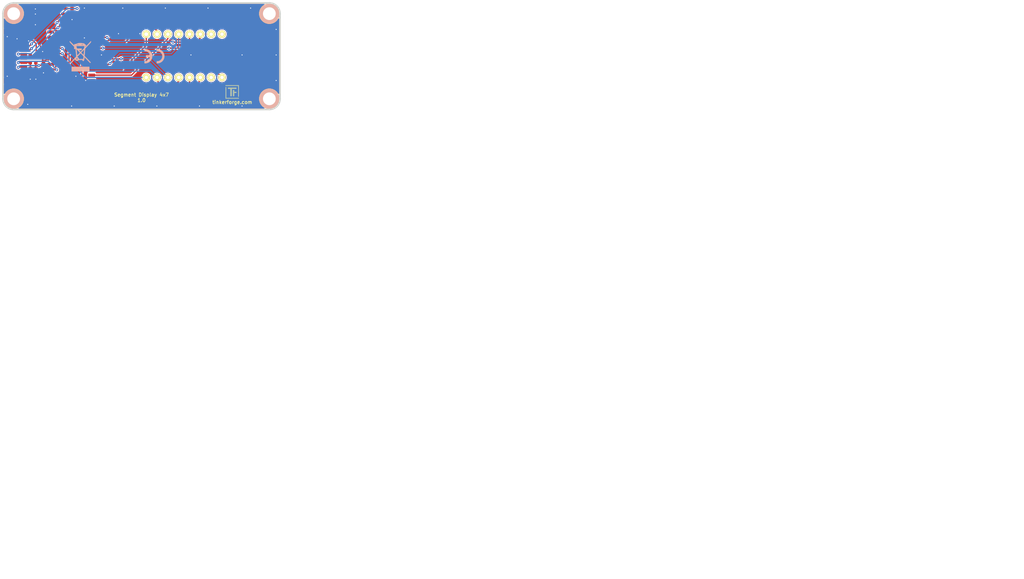
<source format=kicad_pcb>
(kicad_pcb (version 20221018) (generator pcbnew)
  (title_block (title "Segment Display 4x7 Bricklet") (rev "1.0") (company "Tinkerforge GmbH") (comment 1 "Licensed under CERN OHL v.1.1") (comment 2 "Copyright (©) 2013, B.Nordmeyer <bastian@tinkerforge.com>"))
  (layers (0 "F.Cu" signal "Vorderseite") (31 "B.Cu" signal "Rückseite") (34 "B.Paste" user) (35 "F.Paste" user) (36 "B.SilkS" user "B.Silkscreen") (37 "F.SilkS" user "F.Silkscreen") (38 "B.Mask" user) (39 "F.Mask" user) (44 "Edge.Cuts" user))
  (net 0 "")
  (net 1 "+5V")
  (net 2 "COM1")
  (net 3 "COM2")
  (net 4 "COM3")
  (net 5 "COM4")
  (net 6 "GND")
  (net 7 "VCC")
  (net 8 "Net-(C1-Pad2)")
  (net 9 "Net-(C3-Pad2)")
  (net 10 "Net-(P1-Pad4)")
  (net 11 "Net-(P1-Pad5)")
  (net 12 "Net-(P1-Pad6)")
  (net 13 "Net-(P1-Pad9)")
  (net 14 "Net-(P1-Pad10)")
  (net 15 "Net-(U1-Pad7)")
  (net 16 "Net-(U2-Pad2)")
  (net 17 "Net-(U2-Pad3)")
  (net 18 "Net-(U2-Pad4)")
  (net 19 "Net-(U2-Pad5)")
  (net 20 "Net-(U2-Pad6)")
  (net 21 "Net-(U2-Pad7)")
  (net 22 "Net-(U2-Pad8)")
  (net 23 "Net-(U2-Pad9)")
  (net 24 "Net-(U2-Pad10)")
  (net 25 "Net-(U2-Pad11)")
  (net 26 "Net-(U2-Pad19)")
  (net 27 "Net-(U2-Pad20)")
  (net 28 "Net-(U3-Pad7)")
  (net 29 "Net-(U3-Pad9)")
  (net 30 "Net-(U3-Pad10)")
  (footprint "kicad-libraries:SOIC8" (layer "F.Cu") (at 54.6 33 -90)
    (fp_text reference "U1")
    (fp_text value "M24C64")
    (pad "1" smd rect (at -1.90246 2.69748 90) (size 0.59944 1.5494) (layers "F.Cu" "F.Paste" "F.Mask") (net 6 "GND"))
    (pad "2" smd rect (at -0.63246 2.69748 90) (size 0.59944 1.5494) (layers "F.Cu" "F.Paste" "F.Mask") (net 6 "GND"))
    (pad "3" smd rect (at 0.63246 2.69748 90) (size 0.59944 1.5494) (layers "F.Cu" "F.Paste" "F.Mask") (net 12 "Net-(P1-Pad6)"))
    (pad "4" smd rect (at 1.90246 2.69748 90) (size 0.59944 1.5494) (layers "F.Cu" "F.Paste" "F.Mask") (net 6 "GND"))
    (pad "5" smd rect (at 1.90246 -2.69748 270) (size 0.59944 1.5494) (layers "F.Cu" "F.Paste" "F.Mask") (net 11 "Net-(P1-Pad5)"))
    (pad "6" smd rect (at 0.63246 -2.69748 270) (size 0.59944 1.5494) (layers "F.Cu" "F.Paste" "F.Mask") (net 10 "Net-(P1-Pad4)"))
    (pad "7" smd rect (at -0.63246 -2.69748 270) (size 0.59944 1.5494) (layers "F.Cu" "F.Paste" "F.Mask") (net 15 "Net-(U1-Pad7)"))
    (pad "8" smd rect (at -1.90246 -2.69748 270) (size 0.59944 1.5494) (layers "F.Cu" "F.Paste" "F.Mask") (net 7 "VCC"))
  )
  (footprint "kicad-libraries:SEGMENT_4X7" (layer "F.Cu") (at 85.4 42.2)
    (fp_text reference "U3")
    (fp_text value "SEGMENT_4X7")
    (pad "1" thru_hole circle (at -8.89 5.08) (size 1.8 1.8) (drill 0.8) (layers "*.Cu" "*.Mask" "F.SilkS") (net 2 "COM1"))
    (pad "2" thru_hole circle (at -6.35 5.08) (size 1.8 1.8) (drill 0.8) (layers "*.Cu" "*.Mask" "F.SilkS") (net 3 "COM2"))
    (pad "3" thru_hole circle (at -3.81 5.08) (size 1.8 1.8) (drill 0.8) (layers "*.Cu" "*.Mask" "F.SilkS") (net 19 "Net-(U2-Pad5)"))
    (pad "4" thru_hole circle (at -1.27 5.08) (size 1.8 1.8) (drill 0.8) (layers "*.Cu" "*.Mask" "F.SilkS") (net 3 "COM2"))
    (pad "5" thru_hole circle (at 1.27 5.08) (size 1.8 1.8) (drill 0.8) (layers "*.Cu" "*.Mask" "F.SilkS") (net 20 "Net-(U2-Pad6)"))
    (pad "6" thru_hole circle (at 3.81 5.08) (size 1.8 1.8) (drill 0.8) (layers "*.Cu" "*.Mask" "F.SilkS") (net 4 "COM3"))
    (pad "7" thru_hole circle (at 6.35 5.08) (size 1.8 1.8) (drill 0.8) (layers "*.Cu" "*.Mask" "F.SilkS") (net 28 "Net-(U3-Pad7)"))
    (pad "8" thru_hole circle (at 8.89 5.08) (size 1.8 1.8) (drill 0.8) (layers "*.Cu" "*.Mask" "F.SilkS") (net 5 "COM4"))
    (pad "9" thru_hole circle (at 8.89 -5.08) (size 1.8 1.8) (drill 0.8) (layers "*.Cu" "*.Mask" "F.SilkS") (net 29 "Net-(U3-Pad9)"))
    (pad "10" thru_hole circle (at 6.35 -5.08) (size 1.8 1.8) (drill 0.8) (layers "*.Cu" "*.Mask" "F.SilkS") (net 30 "Net-(U3-Pad10)"))
    (pad "11" thru_hole circle (at 3.81 -5.08) (size 1.8 1.8) (drill 0.8) (layers "*.Cu" "*.Mask" "F.SilkS") (net 21 "Net-(U2-Pad7)"))
    (pad "12" thru_hole circle (at 1.27 -5.08) (size 1.8 1.8) (drill 0.8) (layers "*.Cu" "*.Mask" "F.SilkS") (net 23 "Net-(U2-Pad9)"))
    (pad "13" thru_hole circle (at -1.27 -5.08) (size 1.8 1.8) (drill 0.8) (layers "*.Cu" "*.Mask" "F.SilkS") (net 18 "Net-(U2-Pad4)"))
    (pad "14" thru_hole circle (at -3.81 -5.08) (size 1.8 1.8) (drill 0.8) (layers "*.Cu" "*.Mask" "F.SilkS") (net 16 "Net-(U2-Pad2)"))
    (pad "15" thru_hole circle (at -6.35 -5.08) (size 1.8 1.8) (drill 0.9) (layers "*.Cu" "*.Mask" "F.SilkS") (net 22 "Net-(U2-Pad8)"))
    (pad "16" thru_hole circle (at -8.89 -5.08) (size 1.8 1.8) (drill 0.9) (layers "*.Cu" "*.Mask" "F.SilkS") (net 17 "Net-(U2-Pad3)"))
  )
  (footprint "kicad-libraries:DRILL_NP" (layer "F.Cu") (at 45.4 52.3)
    (fp_text reference "U4" hide)
    (fp_text value "DRILL" hide)
    (pad "" np_thru_hole circle (at 0 0) (size 2.99974 2.99974) (drill 2.99974) (layers "*.Cu" "*.Mask" "F.SilkS") (clearance 0.89916))
  )
  (footprint "kicad-libraries:DRILL_NP" (layer "F.Cu") (at 45.4 32.3)
    (fp_text reference "U6" hide)
    (fp_text value "DRILL" hide)
    (pad "" np_thru_hole circle (at 0 0) (size 2.99974 2.99974) (drill 2.99974) (layers "*.Cu" "*.Mask" "F.SilkS") (clearance 0.89916))
  )
  (footprint "kicad-libraries:DRILL_NP" (layer "F.Cu") (at 105.4 52.3)
    (fp_text reference "U5" hide)
    (fp_text value "DRILL" hide)
    (pad "" np_thru_hole circle (at 0 0) (size 2.99974 2.99974) (drill 2.99974) (layers "*.Cu" "*.Mask" "F.SilkS") (clearance 0.89916))
  )
  (footprint "kicad-libraries:CON-SENSOR" (layer "F.Cu") (at 43 42.3 -90)
    (fp_text reference "P1")
    (fp_text value "CON-SENSOR")
    (pad "1" smd rect (at -4.50088 -4.7752 270) (size 0.59944 1.5494) (layers "F.Cu" "F.Paste" "F.Mask") (net 1 "+5V"))
    (pad "2" smd rect (at -3.50012 -4.7752 270) (size 0.59944 1.5494) (layers "F.Cu" "F.Paste" "F.Mask") (net 6 "GND"))
    (pad "3" smd rect (at -2.49936 -4.7752 270) (size 0.59944 1.5494) (layers "F.Cu" "F.Paste" "F.Mask") (net 7 "VCC"))
    (pad "4" smd rect (at -1.50114 -4.7752 270) (size 0.59944 1.5494) (layers "F.Cu" "F.Paste" "F.Mask") (net 10 "Net-(P1-Pad4)"))
    (pad "5" smd rect (at -0.50038 -4.7752 270) (size 0.59944 1.5494) (layers "F.Cu" "F.Paste" "F.Mask") (net 11 "Net-(P1-Pad5)"))
    (pad "6" smd rect (at 0.50038 -4.7752 270) (size 0.59944 1.5494) (layers "F.Cu" "F.Paste" "F.Mask") (net 12 "Net-(P1-Pad6)"))
    (pad "7" smd rect (at 1.50114 -4.7752 270) (size 0.59944 1.5494) (layers "F.Cu" "F.Paste" "F.Mask") (net 8 "Net-(C1-Pad2)"))
    (pad "8" smd rect (at 2.49936 -4.7752 270) (size 0.59944 1.5494) (layers "F.Cu" "F.Paste" "F.Mask") (net 9 "Net-(C3-Pad2)"))
    (pad "9" smd rect (at 3.50012 -4.7752 270) (size 0.59944 1.5494) (layers "F.Cu" "F.Paste" "F.Mask") (net 13 "Net-(P1-Pad9)"))
    (pad "10" smd rect (at 4.50088 -4.7752 270) (size 0.59944 1.5494) (layers "F.Cu" "F.Paste" "F.Mask") (net 14 "Net-(P1-Pad10)"))
    (pad "EP" smd rect (at -5.79882 -0.89916 270) (size 1.19888 1.80086) (layers "F.Cu" "F.Paste" "F.Mask") (net 6 "GND"))
    (pad "EP" smd rect (at 5.79882 -0.89916 270) (size 1.19888 1.80086) (layers "F.Cu" "F.Paste" "F.Mask") (net 6 "GND"))
  )
  (footprint "kicad-libraries:SOP20" (layer "F.Cu") (at 58.9 42.3 90)
    (fp_text reference "U2")
    (fp_text value "TM1637")
    (pad "1" smd rect (at -5.71246 4.79806 270) (size 0.6985 1.59766) (layers "F.Cu" "F.Paste" "F.Mask") (net 6 "GND"))
    (pad "2" smd rect (at -4.44246 4.79806 270) (size 0.6985 1.59766) (layers "F.Cu" "F.Paste" "F.Mask") (net 16 "Net-(U2-Pad2)"))
    (pad "3" smd rect (at -3.17246 4.79806 270) (size 0.6985 1.59766) (layers "F.Cu" "F.Paste" "F.Mask") (net 17 "Net-(U2-Pad3)"))
    (pad "4" smd rect (at -1.90246 4.79806 270) (size 0.6985 1.59766) (layers "F.Cu" "F.Paste" "F.Mask") (net 18 "Net-(U2-Pad4)"))
    (pad "5" smd rect (at -0.63246 4.79806 270) (size 0.6985 1.59766) (layers "F.Cu" "F.Paste" "F.Mask") (net 19 "Net-(U2-Pad5)"))
    (pad "6" smd rect (at 0.63246 4.79806 270) (size 0.6985 1.59766) (layers "F.Cu" "F.Paste" "F.Mask") (net 20 "Net-(U2-Pad6)"))
    (pad "7" smd rect (at 1.90246 4.79806 270) (size 0.6985 1.59766) (layers "F.Cu" "F.Paste" "F.Mask") (net 21 "Net-(U2-Pad7)"))
    (pad "8" smd rect (at 3.17246 4.79806 270) (size 0.6985 1.59766) (layers "F.Cu" "F.Paste" "F.Mask") (net 22 "Net-(U2-Pad8)"))
    (pad "9" smd rect (at 4.44246 4.79806 270) (size 0.6985 1.59766) (layers "F.Cu" "F.Paste" "F.Mask") (net 23 "Net-(U2-Pad9)"))
    (pad "10" smd rect (at 5.71246 4.79806 270) (size 0.6985 1.59766) (layers "F.Cu" "F.Paste" "F.Mask") (net 24 "Net-(U2-Pad10)"))
    (pad "11" smd rect (at 5.71246 -4.79806 90) (size 0.6985 1.59766) (layers "F.Cu" "F.Paste" "F.Mask") (net 25 "Net-(U2-Pad11)"))
    (pad "12" smd rect (at 4.44246 -4.79806 90) (size 0.6985 1.59766) (layers "F.Cu" "F.Paste" "F.Mask") (net 5 "COM4"))
    (pad "13" smd rect (at 3.17246 -4.79806 90) (size 0.6985 1.59766) (layers "F.Cu" "F.Paste" "F.Mask") (net 4 "COM3"))
    (pad "14" smd rect (at 1.90246 -4.79806 90) (size 0.6985 1.59766) (layers "F.Cu" "F.Paste" "F.Mask") (net 3 "COM2"))
    (pad "15" smd rect (at 0.63246 -4.79806 90) (size 0.6985 1.59766) (layers "F.Cu" "F.Paste" "F.Mask") (net 2 "COM1"))
    (pad "16" smd rect (at -0.63246 -4.79806 90) (size 0.6985 1.59766) (layers "F.Cu" "F.Paste" "F.Mask") (net 1 "+5V"))
    (pad "17" smd rect (at -1.90246 -4.79806 90) (size 0.6985 1.59766) (layers "F.Cu" "F.Paste" "F.Mask") (net 9 "Net-(C3-Pad2)"))
    (pad "18" smd rect (at -3.17246 -4.79806 90) (size 0.6985 1.59766) (layers "F.Cu" "F.Paste" "F.Mask") (net 8 "Net-(C1-Pad2)"))
    (pad "19" smd rect (at -4.44246 -4.79806 90) (size 0.6985 1.59766) (layers "F.Cu" "F.Paste" "F.Mask") (net 26 "Net-(U2-Pad19)"))
    (pad "20" smd rect (at -5.71246 -4.79806 90) (size 0.6985 1.59766) (layers "F.Cu" "F.Paste" "F.Mask") (net 27 "Net-(U2-Pad20)"))
  )
  (footprint "kicad-libraries:DRILL_NP" (layer "F.Cu") (at 105.4 32.3)
    (fp_text reference "U7" hide)
    (fp_text value "DRILL" hide)
    (pad "" np_thru_hole circle (at 0 0) (size 2.99974 2.99974) (drill 2.99974) (layers "*.Cu" "*.Mask" "F.SilkS") (clearance 0.89916))
  )
  (footprint "kicad-libraries:Logo_31x31" (layer "F.Cu") (at 95.1 49.1)
    (fp_text reference "G***" hide)
    (fp_text value "Logo_31x31" hide)
  )
  (footprint "kicad-libraries:Fiducial_Mark" (layer "F.Cu") (at 50.4 52.3)
    (fp_text reference "Fiducial_Mark" hide)
    (fp_text value "VAL**" hide)
    (pad "1" smd circle (at 0 0) (size 1.00076 1.00076) (layers "F.Cu" "F.Paste" "F.Mask") (clearance 0.65024))
  )
  (footprint "kicad-libraries:Fiducial_Mark" (layer "F.Cu") (at 99.4 32.3)
    (fp_text reference "Fiducial_Mark" hide)
    (fp_text value "VAL**" hide)
    (pad "1" smd circle (at 0 0) (size 1.00076 1.00076) (layers "F.Cu" "F.Paste" "F.Mask") (clearance 0.65024))
  )
  (footprint "kicad-libraries:Fiducial_Mark" (layer "F.Cu") (at 48.9 31.3)
    (fp_text reference "Fiducial_Mark" hide)
    (fp_text value "VAL**" hide)
    (pad "1" smd circle (at 0 0) (size 1.00076 1.00076) (layers "F.Cu" "F.Paste" "F.Mask") (clearance 0.65024))
  )
  (footprint "kicad-libraries:C0603" (layer "F.Cu") (at 49.3 46 90)
    (fp_text reference "C1")
    (fp_text value "1nF")
    (pad "1" smd rect (at -0.8001 0 90) (size 0.8001 0.8001) (layers "F.Cu" "F.Paste" "F.Mask") (net 6 "GND"))
    (pad "2" smd rect (at 0.8001 0 90) (size 0.8001 0.8001) (layers "F.Cu" "F.Paste" "F.Mask") (net 8 "Net-(C1-Pad2)"))
  )
  (footprint "kicad-libraries:C0805" (layer "F.Cu") (at 52.2 41.3 90)
    (fp_text reference "C2")
    (fp_text value "10µF")
    (pad "1" smd rect (at -1.00076 0 90) (size 1.00076 1.24968) (layers "F.Cu" "F.Paste" "F.Mask") (net 1 "+5V") (clearance 0.14986))
    (pad "2" smd rect (at 1.00076 0 90) (size 1.00076 1.24968) (layers "F.Cu" "F.Paste" "F.Mask") (net 6 "GND") (clearance 0.14986))
  )
  (footprint "kicad-libraries:C0603" (layer "F.Cu") (at 50.6 46 90)
    (fp_text reference "C3")
    (fp_text value "1nF")
    (pad "1" smd rect (at -0.8001 0 90) (size 0.8001 0.8001) (layers "F.Cu" "F.Paste" "F.Mask") (net 6 "GND"))
    (pad "2" smd rect (at 0.8001 0 90) (size 0.8001 0.8001) (layers "F.Cu" "F.Paste" "F.Mask") (net 9 "Net-(C3-Pad2)"))
  )
  (footprint "kicad-libraries:C0603" (layer "F.Cu") (at 59.1 31.9 -90)
    (fp_text reference "C4")
    (fp_text value "100nF")
    (pad "1" smd rect (at -0.8001 0 270) (size 0.8001 0.8001) (layers "F.Cu" "F.Paste" "F.Mask") (net 7 "VCC"))
    (pad "2" smd rect (at 0.8001 0 270) (size 0.8001 0.8001) (layers "F.Cu" "F.Paste" "F.Mask") (net 6 "GND"))
  )
  (footprint "kicad-libraries:R0603" (layer "F.Cu") (at 52.4 44.4 -90)
    (fp_text reference "C5")
    (fp_text value "100nF")
    (pad "1" smd rect (at -0.8001 0 270) (size 0.8001 0.8001) (layers "F.Cu" "F.Paste" "F.Mask") (net 1 "+5V"))
    (pad "2" smd rect (at 0.8001 0 270) (size 0.8001 0.8001) (layers "F.Cu" "F.Paste" "F.Mask") (net 6 "GND"))
  )
  (footprint "kicad-libraries:R0603" (layer "F.Cu") (at 49.3 43 -90)
    (fp_text reference "R1")
    (fp_text value "1k")
    (pad "1" smd rect (at -0.8001 0 270) (size 0.8001 0.8001) (layers "F.Cu" "F.Paste" "F.Mask") (net 1 "+5V"))
    (pad "2" smd rect (at 0.8001 0 270) (size 0.8001 0.8001) (layers "F.Cu" "F.Paste" "F.Mask") (net 8 "Net-(C1-Pad2)"))
  )
  (footprint "kicad-libraries:R0603" (layer "F.Cu") (at 50.6 43 -90)
    (fp_text reference "R2")
    (fp_text value "1k")
    (pad "1" smd rect (at -0.8001 0 270) (size 0.8001 0.8001) (layers "F.Cu" "F.Paste" "F.Mask") (net 1 "+5V"))
    (pad "2" smd rect (at 0.8001 0 270) (size 0.8001 0.8001) (layers "F.Cu" "F.Paste" "F.Mask") (net 9 "Net-(C3-Pad2)"))
  )
  (footprint "kicad-libraries:WEEE_7mm" (layer "B.Cu") (at 61.075 42.3 180)
    (fp_text reference "VAL" hide)
    (fp_text value "WEEE_7mm" hide)
  )
  (footprint "kicad-libraries:CE_5mm" (layer "B.Cu") (at 78.4 42.3 180)
    (fp_text reference "VAL" hide)
    (fp_text value "CE_5mm" hide)
  )
  (gr_arc (start 45.4 54.8) (mid 43.632233 54.067767) (end 42.9 52.3) (stroke (width 0.381)) (layer "Edge.Cuts"))
  (gr_line (start 42.9 32.3) (end 42.9 52.3) (stroke (width 0.381)) (layer "Edge.Cuts"))
  (gr_arc (start 107.9 52.3) (mid 107.167767 54.067767) (end 105.4 54.8) (stroke (width 0.381)) (layer "Edge.Cuts"))
  (gr_line (start 107.9 52.3) (end 107.9 32.4) (stroke (width 0.381)) (layer "Edge.Cuts"))
  (gr_line (start 105.4 54.8) (end 45.4 54.8) (stroke (width 0.381)) (layer "Edge.Cuts"))
  (gr_arc (start 105.5 29.8) (mid 107.238478 30.602944) (end 107.9 32.4) (stroke (width 0.381)) (layer "Edge.Cuts"))
  (gr_arc (start 42.9 32.3) (mid 43.632233 30.532233) (end 45.4 29.8) (stroke (width 0.381)) (layer "Edge.Cuts"))
  (gr_line (start 105.5 29.8) (end 45.4 29.8) (stroke (width 0.381)) (layer "Edge.Cuts"))
  (gr_text "tinkerforge.com" (at 96.7 53.1) (layer "F.SilkS") (effects (font (size 0.8 0.8))))
  (gr_text "Segment Display 4x7\n1.0" (at 75.4 52) (layer "F.SilkS") (effects (font (size 0.8 0.8))))
  (segment (start 49.09912 37.79912) (end 50.7 39.4) (width 0.29972) (layer "F.Cu") (net 1))
  (segment (start 50.7 39.4) (end 50.7 41.2) (width 0.29972) (layer "F.Cu") (net 1))
  (segment (start 51.80076 42.30076) (end 50.7 41.2) (width 0.29972) (layer "F.Cu") (net 1))
  (segment (start 52.2 43.3999) (end 52.4 43.5999) (width 0.29972) (layer "F.Cu") (net 1))
  (segment (start 52.6001 43.5999) (end 53.26754 42.93246) (width 0.29972) (layer "F.Cu") (net 1))
  (segment (start 53.26754 42.93246) (end 54.10194 42.93246) (width 0.29972) (layer "F.Cu") (net 1))
  (segment (start 50.7 42.0999) (end 50.6 42.1999) (width 0.29972) (layer "F.Cu") (net 1))
  (segment (start 52.2 42.30076) (end 52.2 43.3999) (width 0.29972) (layer "F.Cu") (net 1))
  (segment (start 52.4 43.5999) (end 52.6001 43.5999) (width 0.29972) (layer "F.Cu") (net 1))
  (segment (start 49.3 42.1999) (end 50.6 42.1999) (width 0.29972) (layer "F.Cu") (net 1))
  (segment (start 49.09912 37.79912) (end 47.7752 37.79912) (width 0.29972) (layer "F.Cu") (net 1))
  (segment (start 50.7 41.2) (end 50.7 42.0999) (width 0.29972) (layer "F.Cu") (net 1))
  (segment (start 52.2 42.30076) (end 51.80076 42.30076) (width 0.29972) (layer "F.Cu") (net 1))
  (segment (start 56.8 41.7) (end 56.76754 41.66754) (width 0.29972) (layer "F.Cu") (net 2))
  (segment (start 56.76754 41.66754) (end 54.10194 41.66754) (width 0.29972) (layer "F.Cu") (net 2))
  (via (at 56.8 41.7) (size 0.70104) (drill 0.24892) (layers "F.Cu" "B.Cu") (net 2))
  (segment (start 62.38 47.28) (end 56.8 41.7) (width 0.29972) (layer "B.Cu") (net 2))
  (segment (start 76.51 47.28) (end 62.38 47.28) (width 0.29972) (layer "B.Cu") (net 2))
  (segment (start 56.8 40.5) (end 56.69754 40.39754) (width 0.29972) (layer "F.Cu") (net 3))
  (segment (start 56.69754 40.39754) (end 54.10194 40.39754) (width 0.29972) (layer "F.Cu") (net 3))
  (segment (start 79.05 48.05) (end 79.7 48.7) (width 0.29972) (layer "F.Cu") (net 3))
  (segment (start 79.7 48.7) (end 83.6 48.7) (width 0.29972) (layer "F.Cu") (net 3))
  (segment (start 83.6 48.7) (end 84.13 48.17) (width 0.29972) (layer "F.Cu") (net 3))
  (segment (start 84.13 48.17) (end 84.13 47.28) (width 0.29972) (layer "F.Cu") (net 3))
  (segment (start 79.05 47.28) (end 79.05 48.05) (width 0.29972) (layer "F.Cu") (net 3))
  (via (at 56.8 40.5) (size 0.70104) (drill 0.24892) (layers "F.Cu" "B.Cu") (net 3))
  (segment (start 78.98 47.28) (end 77.5 45.8) (width 0.29972) (layer "B.Cu") (net 3))
  (segment (start 77.5 45.8) (end 62.1 45.8) (width 0.29972) (layer "B.Cu") (net 3))
  (segment (start 62.1 45.8) (end 56.8 40.5) (width 0.29972) (layer "B.Cu") (net 3))
  (segment (start 79.05 47.28) (end 78.98 47.28) (width 0.29972) (layer "B.Cu") (net 3))
  (segment (start 89.21 47.99) (end 86.2 51) (width 0.29972) (layer "F.Cu") (net 4))
  (segment (start 86.2 51) (end 62 51) (width 0.29972) (layer "F.Cu") (net 4))
  (segment (start 62 51) (end 58.4 47.4) (width 0.29972) (layer "F.Cu") (net 4))
  (segment (start 58.4 47.4) (end 58.4 40.6) (width 0.29972) (layer "F.Cu") (net 4))
  (segment (start 58.4 40.6) (end 56.92754 39.12754) (width 0.29972) (layer "F.Cu") (net 4))
  (segment (start 56.92754 39.12754) (end 54.10194 39.12754) (width 0.29972) (layer "F.Cu") (net 4))
  (segment (start 89.21 47.28) (end 89.21 47.99) (width 0.29972) (layer "F.Cu") (net 4))
  (segment (start 60.04246 37.85754) (end 63.2 34.7) (width 0.29972) (layer "F.Cu") (net 5))
  (segment (start 63.2 34.7) (end 89 34.7) (width 0.29972) (layer "F.Cu") (net 5))
  (segment (start 89 34.7) (end 90.475 36.175) (width 0.29972) (layer "F.Cu") (net 5))
  (segment (start 90.475 36.175) (end 90.475 43.465) (width 0.29972) (layer "F.Cu") (net 5))
  (segment (start 90.475 43.465) (end 94.29 47.28) (width 0.29972) (layer "F.Cu") (net 5))
  (segment (start 54.10194 37.85754) (end 60.04246 37.85754) (width 0.29972) (layer "F.Cu") (net 5))
  (segment (start 46.79988 38.79988) (end 46.2 38.2) (width 0.29972) (layer "F.Cu") (net 6))
  (segment (start 48.80012 38.79988) (end 48.9 38.7) (width 0.29972) (layer "F.Cu") (net 6))
  (segment (start 43.89916 37.69916) (end 43.9 37.7) (width 0.29972) (layer "F.Cu") (net 6))
  (segment (start 43.89916 47.00084) (end 43.9 47) (width 0.29972) (layer "F.Cu") (net 6))
  (segment (start 62.31246 48.01246) (end 62.3 48) (width 0.29972) (layer "F.Cu") (net 6))
  (segment (start 50.50246 34.90246) (end 50.5 34.9) (width 0.29972) (layer "F.Cu") (net 6))
  (segment (start 50.53246 32.36754) (end 50.5 32.4) (width 0.29972) (layer "F.Cu") (net 6))
  (segment (start 50.60246 31.09754) (end 50.5 31.2) (width 0.29972) (layer "F.Cu") (net 6))
  (segment (start 62.31246 48.01246) (end 62.3 48) (width 0.29972) (layer "F.Cu") (net 6))
  (segment (start 59 54) (end 69 54) (width 0.29972) (layer "F.Cu") (net 6))
  (segment (start 79 54) (end 89 54) (width 0.29972) (layer "F.Cu") (net 6))
  (segment (start 99 54) (end 105 48) (width 0.29972) (layer "F.Cu") (net 6))
  (segment (start 105 48) (end 107 48) (width 0.29972) (layer "F.Cu") (net 6))
  (segment (start 107 42) (end 107 36) (width 0.29972) (layer "F.Cu") (net 6))
  (segment (start 81 31) (end 71 31) (width 0.29972) (layer "F.Cu") (net 6))
  (segment (start 105 36) (end 99 42) (width 0.29972) (layer "F.Cu") (net 6))
  (segment (start 48.7 48.3) (end 49.3 47.7) (width 0.29972) (layer "F.Cu") (net 6))
  (segment (start 101 30.9) (end 100.7 30.6) (width 0.29972) (layer "F.Cu") (net 6))
  (segment (start 100.7 30.6) (end 97.4 30.6) (width 0.29972) (layer "F.Cu") (net 6))
  (segment (start 97.4 30.6) (end 97 31) (width 0.29972) (layer "F.Cu") (net 6))
  (segment (start 97 31) (end 91 31) (width 0.29972) (layer "F.Cu") (net 6))
  (segment (start 101 31) (end 101 30.9) (width 0.29972) (layer "F.Cu") (net 6))
  (segment (start 52.4 45.2001) (end 52.4 46.2) (width 0.29972) (layer "F.Cu") (net 6))
  (segment (start 107 36) (end 105 36) (width 0.29972) (layer "F.Cu") (net 6))
  (segment (start 43.89916 36.50118) (end 43.89916 37.69916) (width 0.29972) (layer "F.Cu") (net 6))
  (segment (start 50.6 46.8001) (end 50.6 47.7) (width 0.29972) (layer "F.Cu") (net 6))
  (segment (start 51.90252 32.36754) (end 50.53246 32.36754) (width 0.29972) (layer "F.Cu") (net 6))
  (segment (start 52.2 40.29924) (end 52.2 41.2) (width 0.29972) (layer "F.Cu") (net 6))
  (segment (start 49.3 46.8001) (end 49.3 47.7) (width 0.29972) (layer "F.Cu") (net 6))
  (segment (start 51.90252 31.09754) (end 50.60246 31.09754) (width 0.29972) (layer "F.Cu") (net 6))
  (segment (start 59.1 32.7001) (end 59.1 33.7) (width 0.29972) (layer "F.Cu") (net 6))
  (segment (start 46.79988 38.79988) (end 47.7752 38.79988) (width 0.29972) (layer "F.Cu") (net 6))
  (segment (start 43.89916 48.09882) (end 43.89916 47.00084) (width 0.29972) (layer "F.Cu") (net 6))
  (segment (start 48.7 53.6) (end 48.7 48.3) (width 0.29972) (layer "F.Cu") (net 6))
  (segment (start 47.7752 38.79988) (end 48.80012 38.79988) (width 0.29972) (layer "F.Cu") (net 6))
  (segment (start 63.69806 48.01246) (end 62.31246 48.01246) (width 0.29972) (layer "F.Cu") (net 6))
  (segment (start 51.90252 34.90246) (end 50.50246 34.90246) (width 0.29972) (layer "F.Cu") (net 6))
  (via (at 81 31) (size 0.70104) (drill 0.24892) (layers "F.Cu" "B.Cu") (net 6))
  (via (at 59.1 33.7) (size 0.70104) (drill 0.24892) (layers "F.Cu" "B.Cu") (net 6))
  (via (at 75 37) (size 0.70104) (drill 0.24892) (layers "F.Cu" "B.Cu") (net 6))
  (via (at 50.6 47.7) (size 0.70104) (drill 0.24892) (layers "F.Cu" "B.Cu") (net 6))
  (via (at 87 42) (size 0.70104) (drill 0.24892) (layers "F.Cu" "B.Cu") (net 6))
  (via (at 79 54) (size 0.70104) (drill 0.24892) (layers "F.Cu" "B.Cu") (net 6))
  (via (at 50.5 31.2) (size 0.70104) (drill 0.24892) (layers "F.Cu" "B.Cu") (net 6))
  (via (at 69 54) (size 0.70104) (drill 0.24892) (layers "F.Cu" "B.Cu") (net 6))
  (via (at 70 37) (size 0.70104) (drill 0.24892) (layers "F.Cu" "B.Cu") (net 6))
  (via (at 66 42) (size 0.70104) (drill 0.24892) (layers "F.Cu" "B.Cu") (net 6))
  (via (at 101 31) (size 0.70104) (drill 0.24892) (layers "F.Cu" "B.Cu") (net 6))
  (via (at 50.5 32.4) (size 0.70104) (drill 0.24892) (layers "F.Cu" "B.Cu") (net 6))
  (via (at 49.3 47.7) (size 0.70104) (drill 0.24892) (layers "F.Cu" "B.Cu") (net 6))
  (via (at 46.2 38.2) (size 0.70104) (drill 0.24892) (layers "F.Cu" "B.Cu") (net 6))
  (via (at 107 48) (size 0.70104) (drill 0.24892) (layers "F.Cu" "B.Cu") (net 6))
  (via (at 99 54) (size 0.70104) (drill 0.24892) (layers "F.Cu" "B.Cu") (net 6))
  (via (at 43.9 37.7) (size 0.70104) (drill 0.24892) (layers "F.Cu" "B.Cu") (net 6))
  (via (at 52.2 41.2) (size 0.70104) (drill 0.24892) (layers "F.Cu" "B.Cu") (net 6))
  (via (at 62 38) (size 0.70104) (drill 0.24892) (layers "F.Cu" "B.Cu") (net 6))
  (via (at 107 42) (size 0.70104) (drill 0.24892) (layers "F.Cu" "B.Cu") (net 6))
  (via (at 60 47) (size 0.70104) (drill 0.24892) (layers "F.Cu" "B.Cu") (net 6))
  (via (at 52.4 46.2) (size 0.70104) (drill 0.24892) (layers "F.Cu" "B.Cu") (net 6))
  (via (at 99 42) (size 0.70104) (drill 0.24892) (layers "F.Cu" "B.Cu") (net 6))
  (via (at 91 31) (size 0.70104) (drill 0.24892) (layers "F.Cu" "B.Cu") (net 6))
  (via (at 107 36) (size 0.70104) (drill 0.24892) (layers "F.Cu" "B.Cu") (net 6))
  (via (at 48.7 53.6) (size 0.70104) (drill 0.24892) (layers "F.Cu" "B.Cu") (net 6))
  (via (at 62 31) (size 0.70104) (drill 0.24892) (layers "F.Cu" "B.Cu") (net 6))
  (via (at 71 31) (size 0.70104) (drill 0.24892) (layers "F.Cu" "B.Cu") (net 6))
  (via (at 89 54) (size 0.70104) (drill 0.24892) (layers "F.Cu" "B.Cu") (net 6))
  (via (at 62.3 48) (size 0.70104) (drill 0.24892) (layers "F.Cu" "B.Cu") (net 6))
  (via (at 50.5 34.9) (size 0.70104) (drill 0.24892) (layers "F.Cu" "B.Cu") (net 6))
  (via (at 59 54) (size 0.70104) (drill 0.24892) (layers "F.Cu" "B.Cu") (net 6))
  (via (at 48.9 38.7) (size 0.70104) (drill 0.24892) (layers "F.Cu" "B.Cu") (net 6))
  (via (at 43.9 47) (size 0.70104) (drill 0.24892) (layers "F.Cu" "B.Cu") (net 6))
  (segment (start 43.9 37.7) (end 44.4 38.2) (width 0.29972) (layer "B.Cu") (net 6))
  (segment (start 44.4 38.2) (end 46.2 38.2) (width 0.29972) (layer "B.Cu") (net 6))
  (segment (start 43.9 47) (end 43.9 37.7) (width 0.29972) (layer "B.Cu") (net 6))
  (segment (start 49.3 47.7) (end 48.6 47) (width 0.29972) (layer "B.Cu") (net 6))
  (segment (start 48.6 47) (end 43.9 47) (width 0.29972) (layer "B.Cu") (net 6))
  (segment (start 50.6 47.7) (end 49.3 47.7) (width 0.29972) (layer "B.Cu") (net 6))
  (segment (start 62.3 48) (end 62 47.7) (width 0.29972) (layer "B.Cu") (net 6))
  (segment (start 62 47.7) (end 60 47.7) (width 0.29972) (layer "B.Cu") (net 6))
  (segment (start 52.4 46.2) (end 52.6 46.4) (width 0.29972) (layer "B.Cu") (net 6))
  (segment (start 52.6 46.4) (end 52.6 47.7) (width 0.29972) (layer "B.Cu") (net 6))
  (segment (start 52.6 47.7) (end 50.6 47.7) (width 0.29972) (layer "B.Cu") (net 6))
  (segment (start 54.5 41.2) (end 57.5 44.2) (width 0.29972) (layer "B.Cu") (net 6))
  (segment (start 57.5 44.2) (end 57.5 47.2) (width 0.29972) (layer "B.Cu") (net 6))
  (segment (start 57.5 47.2) (end 58 47.7) (width 0.29972) (layer "B.Cu") (net 6))
  (segment (start 58 47.7) (end 52.6 47.7) (width 0.29972) (layer "B.Cu") (net 6))
  (segment (start 50.5 34.9) (end 47.2 38.2) (width 0.29972) (layer "B.Cu") (net 6))
  (segment (start 47.2 38.2) (end 46.2 38.2) (width 0.29972) (layer "B.Cu") (net 6))
  (segment (start 50.5 32.4) (end 50.5 34.9) (width 0.29972) (layer "B.Cu") (net 6))
  (segment (start 50.5 31.2) (end 50.5 32.4) (width 0.29972) (layer "B.Cu") (net 6))
  (segment (start 59.1 33.7) (end 53.9 38.9) (width 0.29972) (layer "B.Cu") (net 6))
  (segment (start 53.9 38.9) (end 53.9 41.2) (width 0.29972) (layer "B.Cu") (net 6))
  (segment (start 53.9 41.2) (end 54.5 41.2) (width 0.29972) (layer "B.Cu") (net 6))
  (segment (start 48.7 53.6) (end 49.1 54) (width 0.29972) (layer "B.Cu") (net 6))
  (segment (start 49.1 54) (end 59 54) (width 0.29972) (layer "B.Cu") (net 6))
  (segment (start 69 54) (end 79 54) (width 0.29972) (layer "B.Cu") (net 6))
  (segment (start 89 54) (end 99 54) (width 0.29972) (layer "B.Cu") (net 6))
  (segment (start 107 48) (end 107 42) (width 0.29972) (layer "B.Cu") (net 6))
  (segment (start 107 36) (end 104 36) (width 0.29972) (layer "B.Cu") (net 6))
  (segment (start 104 36) (end 101 33) (width 0.29972) (layer "B.Cu") (net 6))
  (segment (start 101 33) (end 101 31) (width 0.29972) (layer "B.Cu") (net 6))
  (segment (start 91 31) (end 81 31) (width 0.29972) (layer "B.Cu") (net 6))
  (segment (start 71 31) (end 62 31) (width 0.29972) (layer "B.Cu") (net 6))
  (segment (start 99 42) (end 87 42) (width 0.29972) (layer "B.Cu") (net 6))
  (segment (start 71 36) (end 70 37) (width 0.29972) (layer "B.Cu") (net 6))
  (segment (start 59.1 35.1) (end 62 38) (width 0.29972) (layer "B.Cu") (net 6))
  (segment (start 60 47.7) (end 58 47.7) (width 0.29972) (layer "B.Cu") (net 6))
  (segment (start 62 40) (end 64 42) (width 0.29972) (layer "B.Cu") (net 6))
  (segment (start 64 42) (end 66 42) (width 0.29972) (layer "B.Cu") (net 6))
  (segment (start 52.2 41.2) (end 53.9 41.2) (width 0.29972) (layer "B.Cu") (net 6))
  (segment (start 60 47.7) (end 60 47) (width 0.29972) (layer "B.Cu") (net 6))
  (segment (start 59.1 33.7) (end 59.1 35.1) (width 0.29972) (layer "B.Cu") (net 6))
  (segment (start 71 36) (end 71 31) (width 0.29972) (layer "B.Cu") (net 6))
  (segment (start 62 38) (end 62 40) (width 0.29972) (layer "B.Cu") (net 6))
  (segment (start 75 37) (end 70 37) (width 0.29972) (layer "B.Cu") (net 6))
  (segment (start 49.19936 39.80064) (end 49.6 39.4) (width 0.29972) (layer "F.Cu") (net 7))
  (segment (start 60.3 31.1) (end 60.2999 31.0999) (width 0.29972) (layer "F.Cu") (net 7))
  (segment (start 60.2999 31.0999) (end 59.1 31.0999) (width 0.29972) (layer "F.Cu") (net 7))
  (segment (start 57.29984 31.0999) (end 57.29748 31.09754) (width 0.29972) (layer "F.Cu") (net 7))
  (segment (start 47.7752 39.80064) (end 49.19936 39.80064) (width 0.29972) (layer "F.Cu") (net 7))
  (segment (start 59.1 31.0999) (end 57.29984 31.0999) (width 0.29972) (layer "F.Cu") (net 7))
  (via (at 49.6 39.4) (size 0.70104) (drill 0.24892) (layers "F.Cu" "B.Cu") (net 7))
  (via (at 60.3 31.1) (size 0.70104) (drill 0.24892) (layers "F.Cu" "B.Cu") (net 7))
  (segment (start 49.6 39.4) (end 57.9 31.1) (width 0.29972) (layer "B.Cu") (net 7))
  (segment (start 57.9 31.1) (end 60.3 31.1) (width 0.29972) (layer "B.Cu") (net 7))
  (segment (start 49.29896 43.80114) (end 49.3 43.8001) (width 0.29972) (layer "F.Cu") (net 8))
  (segment (start 46.50114 43.80114) (end 46.5 43.8) (width 0.29972) (layer "F.Cu") (net 8))
  (segment (start 55.5 45.5) (end 55.47246 45.47246) (width 0.29972) (layer "F.Cu") (net 8))
  (segment (start 55.47246 45.47246) (end 54.10194 45.47246) (width 0.29972) (layer "F.Cu") (net 8))
  (segment (start 49.3 43.8001) (end 49.3 45.1999) (width 0.29972) (layer "F.Cu") (net 8))
  (segment (start 47.7752 43.80114) (end 46.50114 43.80114) (width 0.29972) (layer "F.Cu") (net 8))
  (segment (start 47.7752 43.80114) (end 49.29896 43.80114) (width 0.29972) (layer "F.Cu") (net 8))
  (via (at 55.5 45.5) (size 0.70104) (drill 0.24892) (layers "F.Cu" "B.Cu") (net 8))
  (via (at 46.5 43.8) (size 0.70104) (drill 0.24892) (layers "F.Cu" "B.Cu") (net 8))
  (segment (start 46.5 43.8) (end 46.8 43.5) (width 0.29972) (layer "B.Cu") (net 8))
  (segment (start 46.8 43.5) (end 53.5 43.5) (width 0.29972) (layer "B.Cu") (net 8))
  (segment (start 53.5 43.5) (end 55.5 45.5) (width 0.29972) (layer "B.Cu") (net 8))
  (segment (start 46.60064 44.79936) (end 46.5 44.9) (width 0.29972) (layer "F.Cu") (net 9))
  (segment (start 51.3 44.5) (end 50.6 44.5) (width 0.29972) (layer "F.Cu") (net 9))
  (segment (start 50.6 44.5) (end 50.5 44.5) (width 0.29972) (layer "F.Cu") (net 9))
  (segment (start 50.5 44.5) (end 50.6 44.5) (width 0.29972) (layer "F.Cu") (net 9))
  (segment (start 50.6 44.5) (end 50.6 45.1999) (width 0.29972) (layer "F.Cu") (net 9))
  (segment (start 53.19754 44.20246) (end 53 44.4) (width 0.29972) (layer "F.Cu") (net 9))
  (segment (start 53 44.4) (end 51.4 44.4) (width 0.29972) (layer "F.Cu") (net 9))
  (segment (start 51.4 44.4) (end 51.3 44.5) (width 0.29972) (layer "F.Cu") (net 9))
  (segment (start 50.6 43.8001) (end 50.6 44.5) (width 0.29972) (layer "F.Cu") (net 9))
  (segment (start 47.7752 44.79936) (end 46.60064 44.79936) (width 0.29972) (layer "F.Cu") (net 9))
  (segment (start 54.10194 44.20246) (end 53.19754 44.20246) (width 0.29972) (layer "F.Cu") (net 9))
  (via (at 46.5 44.9) (size 0.70104) (drill 0.24892) (layers "F.Cu" "B.Cu") (net 9))
  (via (at 51.3 44.5) (size 0.70104) (drill 0.24892) (layers "F.Cu" "B.Cu") (net 9))
  (segment (start 46.5 44.9) (end 46.9 44.5) (width 0.29972) (layer "B.Cu") (net 9))
  (segment (start 46.9 44.5) (end 51.3 44.5) (width 0.29972) (layer "B.Cu") (net 9))
  (segment (start 49.30114 40.79886) (end 49.6 40.5) (width 0.29972) (layer "F.Cu") (net 10))
  (segment (start 55.6 34.4) (end 56.36754 33.63246) (width 0.29972) (layer "F.Cu") (net 10))
  (segment (start 56.36754 33.63246) (end 57.29748 33.63246) (width 0.29972) (layer "F.Cu") (net 10))
  (segment (start 47.7752 40.79886) (end 49.30114 40.79886) (width 0.29972) (layer "F.Cu") (net 10))
  (via (at 55.6 34.4) (size 0.70104) (drill 0.24892) (layers "F.Cu" "B.Cu") (net 10))
  (via (at 49.6 40.5) (size 0.70104) (drill 0.24892) (layers "F.Cu" "B.Cu") (net 10))
  (segment (start 49.6 40.5) (end 55.6 34.5) (width 0.29972) (layer "B.Cu") (net 10))
  (segment (start 55.6 34.5) (end 55.6 34.4) (width 0.29972) (layer "B.Cu") (net 10))
  (segment (start 46.50038 41.79962) (end 46.5 41.8) (width 0.29972) (layer "F.Cu") (net 11))
  (segment (start 55.8 35.6) (end 56.49754 34.90246) (width 0.29972) (layer "F.Cu") (net 11))
  (segment (start 56.49754 34.90246) (end 57.29748 34.90246) (width 0.29972) (layer "F.Cu") (net 11))
  (segment (start 47.7752 41.79962) (end 46.50038 41.79962) (width 0.29972) (layer "F.Cu") (net 11))
  (via (at 55.8 35.6) (size 0.70104) (drill 0.24892) (layers "F.Cu" "B.Cu") (net 11))
  (via (at 46.5 41.8) (size 0.70104) (drill 0.24892) (layers "F.Cu" "B.Cu") (net 11))
  (segment (start 46.5 41.8) (end 46.6 41.7) (width 0.29972) (layer "B.Cu") (net 11))
  (segment (start 46.6 41.7) (end 49.5 41.7) (width 0.29972) (layer "B.Cu") (net 11))
  (segment (start 49.5 41.7) (end 55.6 35.6) (width 0.29972) (layer "B.Cu") (net 11))
  (segment (start 55.6 35.6) (end 55.8 35.6) (width 0.29972) (layer "B.Cu") (net 11))
  (segment (start 49.46754 33.63246) (end 51.90252 33.63246) (width 0.29972) (layer "F.Cu") (net 12))
  (segment (start 45.70038 42.80038) (end 45 42.1) (width 0.29972) (layer "F.Cu") (net 12))
  (segment (start 45 42.1) (end 45 38.1) (width 0.29972) (layer "F.Cu") (net 12))
  (segment (start 45 38.1) (end 46.3 36.8) (width 0.29972) (layer "F.Cu") (net 12))
  (segment (start 46.3 36.8) (end 49.46754 33.63246) (width 0.29972) (layer "F.Cu") (net 12))
  (segment (start 47.7752 42.80038) (end 45.70038 42.80038) (width 0.29972) (layer "F.Cu") (net 12))
  (segment (start 73.05754 46.74246) (end 81.59 38.21) (width 0.29972) (layer "F.Cu") (net 16))
  (segment (start 81.59 38.21) (end 81.59 37.12) (width 0.29972) (layer "F.Cu") (net 16))
  (segment (start 63.69806 46.74246) (end 73.05754 46.74246) (width 0.29972) (layer "F.Cu") (net 16))
  (segment (start 70.82754 45.47246) (end 76.51 39.79) (width 0.29972) (layer "F.Cu") (net 17))
  (segment (start 76.51 39.79) (end 76.51 37.12) (width 0.29972) (layer "F.Cu") (net 17))
  (segment (start 63.69806 45.47246) (end 70.82754 45.47246) (width 0.29972) (layer "F.Cu") (net 17))
  (segment (start 68 44) (end 67.79754 44.20246) (width 0.29972) (layer "F.Cu") (net 18))
  (segment (start 67.79754 44.20246) (end 63.69806 44.20246) (width 0.29972) (layer "F.Cu") (net 18))
  (via (at 68 44) (size 0.70104) (drill 0.24892) (layers "F.Cu" "B.Cu") (net 18))
  (segment (start 80 41.7) (end 70.3 41.7) (width 0.29972) (layer "B.Cu") (net 18))
  (segment (start 70.3 41.7) (end 68 44) (width 0.29972) (layer "B.Cu") (net 18))
  (segment (start 84.13 39.97) (end 82.4 41.7) (width 0.29972) (layer "B.Cu") (net 18))
  (segment (start 82.4 41.7) (end 80 41.7) (width 0.29972) (layer "B.Cu") (net 18))
  (segment (start 84.13 37.12) (end 84.13 39.97) (width 0.29972) (layer "B.Cu") (net 18))
  (segment (start 70.6 42.9) (end 70.56754 42.93246) (width 0.29972) (layer "F.Cu") (net 19))
  (segment (start 70.56754 42.93246) (end 63.69806 42.93246) (width 0.29972) (layer "F.Cu") (net 19))
  (via (at 70.6 42.9) (size 0.70104) (drill 0.24892) (layers "F.Cu" "B.Cu") (net 19))
  (segment (start 81.58 47.28) (end 77.2 42.9) (width 0.29972) (layer "B.Cu") (net 19))
  (segment (start 77.2 42.9) (end 70.6 42.9) (width 0.29972) (layer "B.Cu") (net 19))
  (segment (start 81.59 47.28) (end 81.58 47.28) (width 0.29972) (layer "B.Cu") (net 19))
  (segment (start 86.67 48.43) (end 85.3 49.8) (width 0.29972) (layer "F.Cu") (net 20))
  (segment (start 85.3 49.8) (end 62.7 49.8) (width 0.29972) (layer "F.Cu") (net 20))
  (segment (start 62.7 49.8) (end 61.4 48.5) (width 0.29972) (layer "F.Cu") (net 20))
  (segment (start 61.4 48.5) (end 61.4 42.7) (width 0.29972) (layer "F.Cu") (net 20))
  (segment (start 61.4 42.7) (end 62.43246 41.66754) (width 0.29972) (layer "F.Cu") (net 20))
  (segment (start 62.43246 41.66754) (end 63.69806 41.66754) (width 0.29972) (layer "F.Cu") (net 20))
  (segment (start 86.67 47.28) (end 86.67 48.43) (width 0.29972) (layer "F.Cu") (net 20))
  (segment (start 89.21 37.99) (end 86.8 40.4) (width 0.29972) (layer "F.Cu") (net 21))
  (segment (start 86.8 40.4) (end 81.9 40.4) (width 0.29972) (layer "F.Cu") (net 21))
  (segment (start 66.3 40.4) (end 66.29754 40.39754) (width 0.29972) (layer "F.Cu") (net 21))
  (segment (start 66.29754 40.39754) (end 63.69806 40.39754) (width 0.29972) (layer "F.Cu") (net 21))
  (segment (start 89.21 37.12) (end 89.21 37.99) (width 0.29972) (layer "F.Cu") (net 21))
  (via (at 66.3 40.4) (size 0.70104) (drill 0.24892) (layers "F.Cu" "B.Cu") (net 21))
  (via (at 81.9 40.4) (size 0.70104) (drill 0.24892) (layers "F.Cu" "B.Cu") (net 21))
  (segment (start 81.9 40.4) (end 66.3 40.4) (width 0.29972) (layer "B.Cu") (net 21))
  (segment (start 79.05 36.35) (end 78.2 35.5) (width 0.29972) (layer "F.Cu") (net 22))
  (segment (start 78.2 35.5) (end 75.1 35.5) (width 0.29972) (layer "F.Cu") (net 22))
  (segment (start 75.1 35.5) (end 71.47246 39.12754) (width 0.29972) (layer "F.Cu") (net 22))
  (segment (start 71.47246 39.12754) (end 63.69806 39.12754) (width 0.29972) (layer "F.Cu") (net 22))
  (segment (start 79.05 37.12) (end 79.05 36.35) (width 0.29972) (layer "F.Cu") (net 22))
  (segment (start 86.67 38.43) (end 86.1 39) (width 0.29972) (layer "F.Cu") (net 23))
  (segment (start 86.1 39) (end 82.8 39) (width 0.29972) (layer "F.Cu") (net 23))
  (segment (start 67.3 37.9) (end 67.25754 37.85754) (width 0.29972) (layer "F.Cu") (net 23))
  (segment (start 67.25754 37.85754) (end 63.69806 37.85754) (width 0.29972) (layer "F.Cu") (net 23))
  (segment (start 86.67 37.12) (end 86.67 38.43) (width 0.29972) (layer "F.Cu") (net 23))
  (via (at 67.3 37.9) (size 0.70104) (drill 0.24892) (layers "F.Cu" "B.Cu") (net 23))
  (via (at 82.8 39) (size 0.70104) (drill 0.24892) (layers "F.Cu" "B.Cu") (net 23))
  (segment (start 82.8 39) (end 82.6 38.8) (width 0.29972) (layer "B.Cu") (net 23))
  (segment (start 82.6 38.8) (end 68.2 38.8) (width 0.29972) (layer "B.Cu") (net 23))
  (segment (start 68.2 38.8) (end 67.3 37.9) (width 0.29972) (layer "B.Cu") (net 23))
  (zone (net 6) (net_name "GND") (layer "F.Cu") (connect_pads (clearance 0.24892)) (min_thickness 0.24892) (fill yes (thermal_gap 0.29972) (thermal_bridge_width 0.29972))
    (polygon (pts (xy 42.9 29.8) (xy 107.9 29.8) (xy 107.9 54.8) (xy 42.9 54.8)))
  )
  (zone (net 6) (net_name "GND") (layer "B.Cu") (connect_pads (clearance 0.24892)) (min_thickness 0.24892) (fill yes (thermal_gap 0.29972) (thermal_bridge_width 0.29972))
    (polygon (pts (xy 42.9 54.8) (xy 42.9 29.8) (xy 107.9 29.8) (xy 107.9 54.8)))
  )
)
</source>
